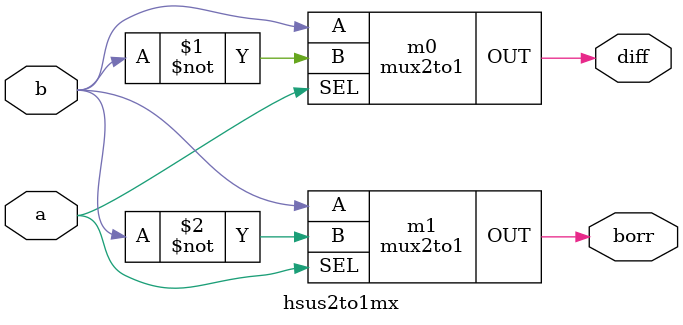
<source format=v>
`timescale 1ns / 1ps
module mux2to1(
input A,
input B,
input SEL,
output reg OUT
);
always@(*)begin
case(SEL)
1'b0 : OUT = A;
1'b1 : OUT = B;
default : OUT = 1'b0;
endcase
end
endmodule 
module hsus2to1mx(
input a,
input b,
output diff,
output borr

    );
    mux2to1 m0(.A(b), .B(~b) , .SEL(a) , .OUT(diff));
    mux2to1 m1(.A(b) , .B(~b) , .SEL(a) , .OUT(borr));
endmodule

</source>
